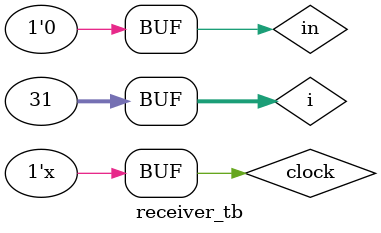
<source format=v>
module receiver_tb;
  reg in, clock;
  wire [11:0] size;
  wire [47:0] desMAC, srcMAC;
  wire [1499:0] out;
  wire done;
  integer i;

  initial clock = 0;
  always #5 clock = ~clock; // Given synchronized clock


  // The runtime of simulation for each case is 2320ns hence amounting the total simulation time to 4640ns. (Please consider this value while using Modelsim to obtain the full result.)
  initial
  begin
    for(i = 0; i < 31; i = i + 1) //+620ns
    begin
      in = 1; #10;
      in = 0; #10;
    end
    // +980ns
    in = 1; #20;
    in = 0; #480; // 48*10 for destination MAC address
    in = 1; #480; // 48*10 for source MAC address
    
    // EtherType value (Equals 3 since input is 3 bytes)
    // +160ns
    in = 0; #140;
    in = 1; #20;

    // Giving the solved test case to the input (Read report for more information)
    // +240ns
    in = 1; #10;
    in = 0; #50;
    in = 1; #10;
    in = 0; #20;
    in = 1; #10;
    in = 0; #40;
    in = 1; #10;
    in = 0; #10;
    in = 1; #20;
    in = 0; #40;
    in = 1; #10;
    in = 0; #10;

    // Giving the calculated value of FCS
    // +320ns
    in = 0; #10;
    in = 1; #10;
    in = 0; #10;
    in = 1; #20;
    in = 0; #10;
    in = 1; #10;
    in = 0; #20;
    in = 1; #10;
    in = 0; #10;
    in = 1; #20;
    in = 0; #10;
    in = 1; #20;
    in = 0; #10;
    in = 1; #10;
    in = 0; #40;
    in = 1; #20;
    in = 0; #20;
    in = 1; #30;
    in = 0; #10;
    in = 1; #10;
    in = 0; #10;

    // A period of rest between two frames (First frame is true and second one is false.)
    in = 0; #50;

    for(i = 0; i < 31; i = i + 1)
    begin
      in = 1; #10;
      in = 0; #10;
    end
    in = 1; #20;
    in = 0; #480; // 48*10 for destination MAC address
    in = 1; #480; // 48*10 for source MAC address
    
    // EtherType value
    in = 0; #140;
    in = 1; #20;

    // Giving the solved test case to the input
    in = 1; #10;
    in = 0; #50;
    in = 1; #10;
    in = 0; #20;
    in = 1; #10;
    in = 0; #40;
    in = 1; #10;
    in = 0; #10;
    in = 1; #20;
    in = 0; #40;
    in = 1; #10;
    in = 0; #10;

    // Giving the wrong value of FCS
    in = 0; #10;
    in = 1; #10;
    in = 0; #10;
    in = 1; #20;
    in = 0; #10;
    in = 1; #10;
    in = 0; #20;
    in = 1; #10;
    in = 0; #10;
    in = 1; #20;
    in = 0; #10;
    in = 1; #20;
    in = 0; #10;
    in = 1; #10;
    in = 0; #40;
    in = 1; #20;
    in = 0; #20;
    in = 1; #30;
    in = 0; #10;
    in = 1; #10;
    in = 0; #10;
  end

  receiver ethernetFrame(clock, in, out, size, desMAC, srcMAC, done);
endmodule
</source>
